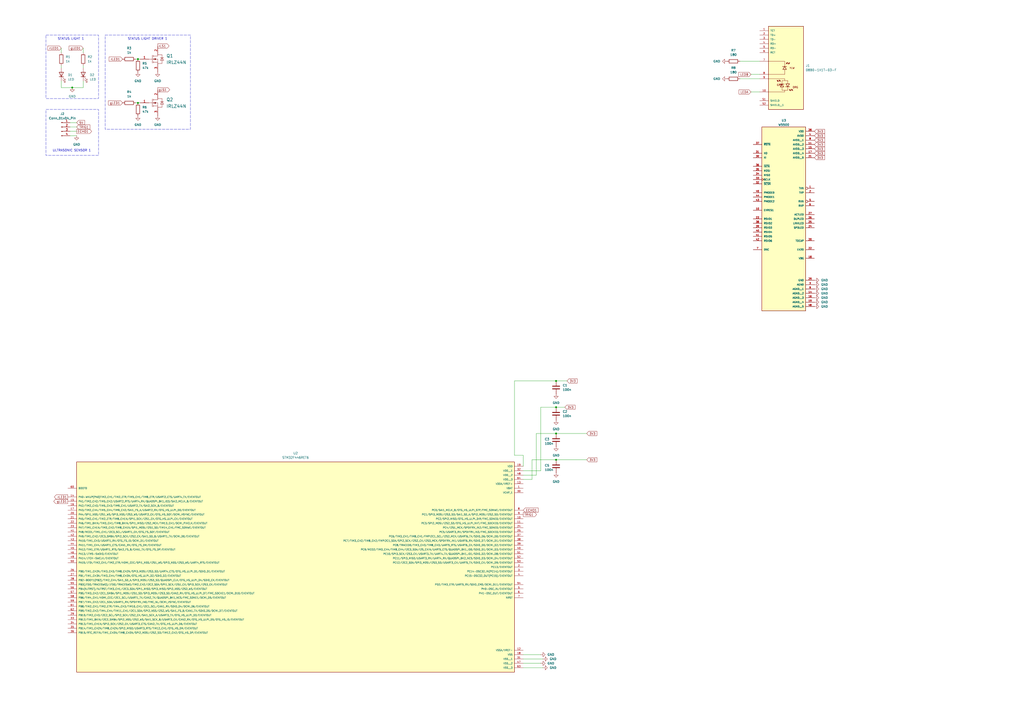
<source format=kicad_sch>
(kicad_sch (version 20250114) (generator "eeschema") (generator_version "9.0")
  (paper "A2")
  (lib_symbols
    (symbol "08B0-1X1T-03-F:08B0-1X1T-03-F" (pin_names (offset 1.016))
      (property "Reference" "J" (at -10.16 24.13 0))
      (property "Value" "08B0-1X1T-03-F" (at -10.16 -26.67 0))
      (symbol "08B0-1X1T-03-F_0_0"
        (text "GRN" (at -5.334 -11.176 0) (effects (font (size 1.016 1.016)) (justify left)))
        (text "YLW" (at 2.032 -0.762 0) (effects (font (size 1.016 1.016)) (justify left top)))
        (text "ORG" (at 3.81 -11.938 0) (effects (font (size 1.016 1.016)) (justify left top)))
        (pin passive line (at -15.24 20.32 0) (length 5.08) (name "TCT") (number "1"))
        (pin passive line (at -15.24 17.78 0) (length 5.08) (name "TD+") (number "2"))
        (pin passive line (at -15.24 15.24 0) (length 5.08) (name "TD-") (number "3"))
        (pin passive line (at -15.24 12.7 0) (length 5.08) (name "RD+") (number "4"))
        (pin passive line (at -15.24 10.16 0) (length 5.08) (name "RD-") (number "5"))
        (pin passive line (at -15.24 7.62 0) (length 5.08) (name "RCT") (number "6"))
        (pin passive line (at -15.24 2.54 0) (length 5.08) (name "~") (number "7"))
        (pin passive line (at -15.24 -5.08 0) (length 5.08) (name "~") (number "8"))
        (pin passive line (at -15.24 -7.62 0) (length 5.08) (name "~") (number "9"))
        (pin passive line (at -15.24 -15.24 0) (length 5.08) (name "~") (number "10"))
        (pin passive line (at -15.24 -20.32 0) (length 5.08) (name "SHIELD") (number "S1"))
        (pin passive line (at -15.24 -22.86 0) (length 5.08) (name "SHIELD__1") (number "S2"))
      )
    )
    (symbol "Connector:Conn_01x04_Pin" (pin_names (offset 1.016) (hide yes))
      (property "Reference" "J" (at 0 5.08 0))
      (property "Value" "Conn_01x04_Pin" (at 0 -7.62 0))
      (symbol "Conn_01x04_Pin_1_1"
        (pin passive line (at 5.08 2.54 180) (length 3.81) (name "Pin_1") (number "1"))
        (pin passive line (at 5.08 0 180) (length 3.81) (name "Pin_2") (number "2"))
        (pin passive line (at 5.08 -2.54 180) (length 3.81) (name "Pin_3") (number "3"))
        (pin passive line (at 5.08 -5.08 180) (length 3.81) (name "Pin_4") (number "4"))
      )
    )
    (symbol "Connector:Conn_01x06_Pin" (pin_names (offset 1.016) (hide yes))
      (property "Reference" "J" (at 0 7.62 0))
      (property "Value" "Conn_01x06_Pin" (at 0 -10.16 0))
      (symbol "Conn_01x06_Pin_1_1"
        (pin passive line (at 5.08 5.08 180) (length 3.81) (name "Pin_1") (number "1"))
        (pin passive line (at 5.08 2.54 180) (length 3.81) (name "Pin_2") (number "2"))
        (pin passive line (at 5.08 0 180) (length 3.81) (name "Pin_3") (number "3"))
        (pin passive line (at 5.08 -2.54 180) (length 3.81) (name "Pin_4") (number "4"))
        (pin passive line (at 5.08 -5.08 180) (length 3.81) (name "Pin_5") (number "5"))
        (pin passive line (at 5.08 -7.62 180) (length 3.81) (name "Pin_6") (number "6"))
      )
    )
    (symbol "Device:C" (pin_numbers (hide yes)) (pin_names (offset 0.254))
      (property "Reference" "C" (at 0.635 2.54 0))
      (property "Value" "C" (at 0.635 -2.54 0))
      (symbol "C_1_1"
        (pin passive line (at 0 3.81 270) (length 2.794) (name "~") (number "1"))
        (pin passive line (at 0 -3.81 90) (length 2.794) (name "~") (number "2"))
      )
    )
    (symbol "Device:LED" (pin_numbers (hide yes)) (pin_names (offset 1.016) (hide yes))
      (property "Reference" "D" (at 0 2.54 0))
      (property "Value" "LED" (at 0 -2.54 0))
      (symbol "LED_1_1"
        (pin passive line (at -3.81 0 0) (length 2.54) (name "K") (number "1"))
        (pin passive line (at 3.81 0 180) (length 2.54) (name "A") (number "2"))
      )
    )
    (symbol "Device:R" (pin_numbers (hide yes)) (pin_names (offset 0))
      (property "Reference" "R" (at 2.032 0 90))
      (property "Value" "R" (at 0 0 90))
      (symbol "R_1_1"
        (pin passive line (at 0 3.81 270) (length 1.27) (name "~") (number "1"))
        (pin passive line (at 0 -3.81 90) (length 1.27) (name "~") (number "2"))
      )
    )
    (symbol "IRLZ44N:IRLZ44N" (pin_names (hide yes))
      (property "Reference" "Q" (at 10.16 -2.54 0))
      (property "Value" "IRLZ44N" (at 10.16 -5.08 0))
      (symbol "IRLZ44N_1_0"
        (pin passive line (at -5.08 -2.54 0) (length 5.08) (name "GATE") (number "1"))
        (pin passive line (at 5.08 5.08 270) (length 5.08) (name "DRAIN") (number "2"))
        (pin passive line (at 5.08 -10.16 90) (length 5.08) (name "SOURCE") (number "3"))
      )
    )
    (symbol "MCU-PIC18F67J60-I_PT_TQFP64_:MCU-PIC18F67J60-I_PT_TQFP64_" (pin_names (offset 1.016))
      (property "Reference" "U" (at -33.0497 33.0497 0))
      (property "Value" "MCU-PIC18F67J60-I_PT_TQFP64_" (at 22.8929 30.5238 0))
      (symbol "MCU-PIC18F67J60-I_PT_TQFP64__0_0"
        (pin bidirectional line (at -41.91 19.05 0) (length 2.54) (name "RE1/P2C") (number "1"))
        (pin bidirectional line (at -41.91 16.51 0) (length 2.54) (name "RE0/P2D") (number "2"))
        (pin bidirectional line (at -41.91 13.97 0) (length 2.54) (name "RB0/INT0/FLT0") (number "3"))
        (pin bidirectional line (at -41.91 11.43 0) (length 2.54) (name "RB1/INT1") (number "4"))
        (pin bidirectional line (at -41.91 8.89 0) (length 2.54) (name "RB2/INT2") (number "5"))
        (pin bidirectional line (at -41.91 6.35 0) (length 2.54) (name "RB3/INT3") (number "6"))
        (pin bidirectional line (at -41.91 3.81 0) (length 2.54) (name "~{MCLR}") (number "7"))
        (pin bidirectional line (at -41.91 1.27 0) (length 2.54) (name "RG4/CCP5/P1D") (number "8"))
        (pin bidirectional line (at -41.91 -1.27 0) (length 2.54) (name "VSS") (number "9"))
        (pin bidirectional line (at -41.91 -3.81 0) (length 2.54) (name "VDDCORE/VCAP") (number "10"))
        (pin bidirectional line (at -41.91 -6.35 0) (length 2.54) (name "RF7/~{SS1}") (number "11"))
        (pin bidirectional line (at -41.91 -8.89 0) (length 2.54) (name "RF6/AN11") (number "12"))
        (pin bidirectional line (at -41.91 -11.43 0) (length 2.54) (name "RF5/AN10/CVREF") (number "13"))
        (pin bidirectional line (at -41.91 -13.97 0) (length 2.54) (name "RF4/AN9") (number "14"))
        (pin bidirectional line (at -41.91 -16.51 0) (length 2.54) (name "RF3/AN8") (number "15"))
        (pin bidirectional line (at -41.91 -19.05 0) (length 2.54) (name "RF2/AN7/C1OUT") (number "16"))
        (pin bidirectional line (at -19.05 34.29 270) (length 2.54) (name "RE2/P2B") (number "64"))
        (pin bidirectional line (at -19.05 -34.29 90) (length 2.54) (name "RF1/AN6/C2OUT") (number "17"))
        (pin bidirectional line (at -16.51 34.29 270) (length 2.54) (name "RE3/P3C") (number "63"))
        (pin bidirectional line (at -16.51 -34.29 90) (length 2.54) (name "ENVREG") (number "18"))
        (pin bidirectional line (at -13.97 34.29 270) (length 2.54) (name "RE4/P3B") (number "62"))
        (pin bidirectional line (at -13.97 -34.29 90) (length 2.54) (name "AVDD") (number "19"))
        (pin bidirectional line (at -11.43 34.29 270) (length 2.54) (name "RE5/P1C") (number "61"))
        (pin bidirectional line (at -11.43 -34.29 90) (length 2.54) (name "AVSS") (number "20"))
        (pin bidirectional line (at -8.89 34.29 270) (length 2.54) (name "RD0/P1B") (number "60"))
        (pin bidirectional line (at -8.89 -34.29 90) (length 2.54) (name "RA3/AN3/VREF+") (number "21"))
        (pin bidirectional line (at -6.35 34.29 270) (length 2.54) (name "RD1/ECCP3/P3A") (number "59"))
        (pin bidirectional line (at -6.35 -34.29 90) (length 2.54) (name "RA2/AN2/VREF-") (number "22"))
        (pin bidirectional line (at -3.81 34.29 270) (length 2.54) (name "RD2/CCP4/P3D") (number "58"))
        (pin bidirectional line (at -3.81 -34.29 90) (length 2.54) (name "RA1/LEDB/AN1") (number "23"))
        (pin bidirectional line (at -1.27 34.29 270) (length 2.54) (name "VDD@2") (number "57"))
        (pin bidirectional line (at -1.27 -34.29 90) (length 2.54) (name "RA0/LEDA/AN0") (number "24"))
        (pin bidirectional line (at 1.27 34.29 270) (length 2.54) (name "VSS@3") (number "56"))
        (pin bidirectional line (at 1.27 -34.29 90) (length 2.54) (name "VSS@1") (number "25"))
        (pin bidirectional line (at 3.81 34.29 270) (length 2.54) (name "VSSPLL") (number "55"))
        (pin bidirectional line (at 3.81 -34.29 90) (length 2.54) (name "VDD") (number "26"))
        (pin bidirectional line (at 6.35 34.29 270) (length 2.54) (name "VDDPLL") (number "54"))
        (pin bidirectional line (at 6.35 -34.29 90) (length 2.54) (name "RA5/AN4") (number "27"))
        (pin bidirectional line (at 8.89 34.29 270) (length 2.54) (name "RBIAS") (number "53"))
        (pin bidirectional line (at 8.89 -34.29 90) (length 2.54) (name "RA4/TOCK1") (number "28"))
        (pin bidirectional line (at 11.43 34.29 270) (length 2.54) (name "VSSTX") (number "52"))
        (pin bidirectional line (at 11.43 -34.29 90) (length 2.54) (name "RC1/T1OSI/ECCP2/P2A") (number "29"))
        (pin bidirectional line (at 13.97 34.29 270) (length 2.54) (name "TPOUT+") (number "51"))
        (pin bidirectional line (at 13.97 -34.29 90) (length 2.54) (name "RC0/T1OSD/T13CKI") (number "30"))
        (pin bidirectional line (at 16.51 34.29 270) (length 2.54) (name "TPOUT-") (number "50"))
        (pin bidirectional line (at 16.51 -34.29 90) (length 2.54) (name "RC6/TX1/CK1") (number "31"))
        (pin bidirectional line (at 19.05 34.29 270) (length 2.54) (name "VDDTX") (number "49"))
        (pin bidirectional line (at 19.05 -34.29 90) (length 2.54) (name "RC7/RX1/DT1") (number "32"))
        (pin bidirectional line (at 41.91 19.05 180) (length 2.54) (name "VDDRX") (number "48"))
        (pin bidirectional line (at 41.91 16.51 180) (length 2.54) (name "TPIN+") (number "47"))
        (pin bidirectional line (at 41.91 13.97 180) (length 2.54) (name "TPIN-") (number "46"))
        (pin bidirectional line (at 41.91 11.43 180) (length 2.54) (name "VSSRX") (number "45"))
        (pin bidirectional line (at 41.91 8.89 180) (length 2.54) (name "RB4/KBI0") (number "44"))
        (pin bidirectional line (at 41.91 6.35 180) (length 2.54) (name "RB5/KBI1") (number "43"))
        (pin bidirectional line (at 41.91 3.81 180) (length 2.54) (name "RB6/KBI2/PGC") (number "42"))
        (pin bidirectional line (at 41.91 1.27 180) (length 2.54) (name "VSS@2") (number "41"))
        (pin bidirectional line (at 41.91 -1.27 180) (length 2.54) (name "OSC2/CLKO") (number "40"))
        (pin bidirectional line (at 41.91 -3.81 180) (length 2.54) (name "OSC1/CLKI") (number "39"))
        (pin bidirectional line (at 41.91 -6.35 180) (length 2.54) (name "VDD@1") (number "38"))
        (pin bidirectional line (at 41.91 -8.89 180) (length 2.54) (name "RB7/KBI3/PGD") (number "37"))
        (pin bidirectional line (at 41.91 -11.43 180) (length 2.54) (name "RC5/SDO1") (number "36"))
        (pin bidirectional line (at 41.91 -13.97 180) (length 2.54) (name "RC4/SDI1/SDA1") (number "35"))
        (pin bidirectional line (at 41.91 -16.51 180) (length 2.54) (name "RC3/SCK1/SCL1") (number "34"))
        (pin bidirectional line (at 41.91 -19.05 180) (length 2.54) (name "RC2/ECCP1/P1A") (number "33"))
      )
    )
    (symbol "STM32F446RET6:STM32F446RET6" (pin_names (offset 1.016))
      (property "Reference" "U" (at -127.107 53.385 0))
      (property "Value" "STM32F446RET6" (at -127.233 -71.2226 0))
      (symbol "STM32F446RET6_0_0"
        (pin input line (at -132.08 38.1 0) (length 5.08) (name "BOOT0") (number "60"))
        (pin bidirectional line (at -132.08 33.02 0) (length 5.08) (name "PA0-WKUP(PA0)TIM2_CH1/TIM2_ETR/TIM5_CH1/TIM8_ETR/USART2_CTS/UART4_TX/EVENTOUT") (number "14"))
        (pin bidirectional line (at -132.08 30.48 0) (length 5.08) (name "PA1/TIM2_CH2/TIM5_CH2/USART2_RTS/UART4_RX/QUADSPI_BK1_IO3/SAI2_MCLK_B/EVENTOUT") (number "15"))
        (pin bidirectional line (at -132.08 27.94 0) (length 5.08) (name "PA2/TIM2_CH3/TIM5_CH3/TIM9_CH1/USART2_TX/SAI2_SCK_B/EVENTOUT") (number "16"))
        (pin bidirectional line (at -132.08 25.4 0) (length 5.08) (name "PA3/TIM2_CH4/TIM5_CH4/TIM9_CH2/SAI1_FS_A/USART2_RX/OTG_HS_ULPI_D0/EVENTOUT") (number "17"))
        (pin bidirectional line (at -132.08 22.86 0) (length 5.08) (name "PA4/SPI1_NSS/I2S1_WS/SPI3_NSS/I2S3_WS/USART2_CK/OTG_HS_SOF/DCMI_HSYNC/EVENTOUT") (number "20"))
        (pin bidirectional line (at -132.08 20.32 0) (length 5.08) (name "PA5/TIM2_CH1/TIM2_ETR/TIM8_CH1N/SPI1_SCK/I2S1_CK/OTG_HS_ULPI_CK/EVENTOUT") (number "21"))
        (pin bidirectional line (at -132.08 17.78 0) (length 5.08) (name "PA6/TIM1_BKIN/TIM3_CH1/TIM8_BKIN/SPI1_MISO/I2S2_MCK/TIM13_CH1/DCMI_PIXCLK/EVENTOUT") (number "22"))
        (pin bidirectional line (at -132.08 15.24 0) (length 5.08) (name "PA7/TIM1_CH1N/TIM3_CH2/TIM8_CH1N/SPI1_MOSI/I2S1_SD/TIM14_CH1/FMC_SDNWE/EVENTOUT") (number "23"))
        (pin bidirectional line (at -132.08 12.7 0) (length 5.08) (name "PA8/MCO1/TIM1_CH1/I2C3_SCL/USART1_CK/OTG_FS_SOF/EVENTOUT") (number "41"))
        (pin bidirectional line (at -132.08 10.16 0) (length 5.08) (name "PA9/TIM1_CH2/I2C3_SMBA/SPI2_SCK/I2S2_CK/SAI1_SD_B/USART1_TX/DCMI_D0/EVENTOUT") (number "42"))
        (pin bidirectional line (at -132.08 7.62 0) (length 5.08) (name "PA10/TIM1_CH3/USART1_RX/OTG_FS_ID/DCMI_D1/EVENTOUT") (number "43"))
        (pin bidirectional line (at -132.08 5.08 0) (length 5.08) (name "PA11/TIM1_CH4/USART1_CTS/CAN1_RX/OTG_FS_DM/EVENTOUT") (number "44"))
        (pin bidirectional line (at -132.08 2.54 0) (length 5.08) (name "PA12/TIM1_ETR/USART1_RTS/SAI2_FS_B/CAN1_TX/OTG_FS_DP/EVENTOUT") (number "45"))
        (pin bidirectional line (at -132.08 0 0) (length 5.08) (name "PA13/JTMS-SWDIO/EVENTOUT") (number "46"))
        (pin bidirectional line (at -132.08 -2.54 0) (length 5.08) (name "PA14/JTCK-SWCLK/EVENTOUT") (number "49"))
        (pin bidirectional line (at -132.08 -5.08 0) (length 5.08) (name "PA15/JTDI/TIM2_CH1/TIM2_ETR/HDMI_CEC/SPI1_NSS/I2S1_WS/SPI3_NSS/I2S3_WS/UART4_RTS/EVENTOUT") (number "50"))
        (pin bidirectional line (at -132.08 -10.16 0) (length 5.08) (name "PB0/TIM1_CH2N/TIM3_CH3/TIM8_CH2N/SPI3_MOSI/I2S3_SD/UART4_CTS/OTG_HS_ULPI_D1/SDIO_D1/EVENTOUT") (number "26"))
        (pin bidirectional line (at -132.08 -12.7 0) (length 5.08) (name "PB1/TIM1_CH3N/TIM3_CH4/TIM8_CH3N/OTG_HS_ULPI_D2/SDIO_D2/EVENTOUT") (number "27"))
        (pin bidirectional line (at -132.08 -15.24 0) (length 5.08) (name "PB2-BOOT1(PB2)/TIM2_CH4/SAI1_SD_A/SPI3_MOSI/I2S3_SD/QUADSPI_CLK/OTG_HS_ULPI_D4/SDIO_CK/EVENTOUT") (number "28"))
        (pin bidirectional line (at -132.08 -17.78 0) (length 5.08) (name "PB3(JTDO/TRACESWO)/JTDO/TRACESWO/TIM2_CH2/I2C2_SDA/SPI1_SCK/I2S1_CK/SPI3_SCK/I2S3_CK/EVENTOUT") (number "55"))
        (pin bidirectional line (at -132.08 -20.32 0) (length 5.08) (name "PB4(NJTRST)/NJTRST/TIM3_CH1/I2C3_SDA/SPI1_MISO/SPI3_MISO/SPI2_NSS/I2S2_WS/EVENTOUT") (number "56"))
        (pin bidirectional line (at -132.08 -22.86 0) (length 5.08) (name "PB5/TIM3_CH2/I2C1_SMBA/SPI1_MOSI/I2S1_SD/SPI3_MOSI/I2S3_SD/CAN2_RX/OTG_HS_ULPI_D7/FMC_SDCKE1/DCMI_D10/EVENTOUT") (number "57"))
        (pin bidirectional line (at -132.08 -25.4 0) (length 5.08) (name "PB6/TIM4_CH1/HDMI_CEC/I2C1_SCL/USART1_TX/CAN2_TX/QUADSPI_BK1_NCS/FMC_SDNE1/DCMI_D5/EVENTOUT") (number "58"))
        (pin bidirectional line (at -132.08 -27.94 0) (length 5.08) (name "PB7/TIM4_CH2/I2C1_SDA/USART1_RX/SPDIFRX_IN0/FMC_NL/DCMI_VSYNC/EVENTOUT") (number "59"))
        (pin bidirectional line (at -132.08 -30.48 0) (length 5.08) (name "PB8/TIM2_CH1/TIM2_ETR/TIM4_CH3/TIM10_CH1/I2C1_SCL/CAN1_RX/SDIO_D4/DCMI_D6/EVENTOUT") (number "61"))
        (pin bidirectional line (at -132.08 -33.02 0) (length 5.08) (name "PB9/TIM2_CH2/TIM4_CH4/TIM11_CH1/I2C1_SDA/SPI2_NSS/I2S2_WS/SAI1_FS_B/CAN1_TX/SDIO_D5/DCMI_D7/EVENTOUT") (number "62"))
        (pin bidirectional line (at -132.08 -35.56 0) (length 5.08) (name "PB10/TIM2_CH3/I2C2_SCL/SPI2_SCK/I2S2_CK/SAI1_SCK_A/USART3_TX/OTG_HS_ULPI_D3/EVENTOUT") (number "29"))
        (pin bidirectional line (at -132.08 -38.1 0) (length 5.08) (name "PB12/TIM1_BKIN/I2C2_SMBA/SPI2_NSS/I2S2_WS/SAI1_SCK_B/USART3_CK/CAN2_RX/OTG_HS_ULPI_D5/OTG_HS_ID/EVENTOUT") (number "33"))
        (pin bidirectional line (at -132.08 -40.64 0) (length 5.08) (name "PB13/TIM1_CH1N/SPI2_SCK/I2S2_CK/USART3_CTS/CAN2_TX/OTG_HS_ULPI_D6/EVENTOUT") (number "34"))
        (pin bidirectional line (at -132.08 -43.18 0) (length 5.08) (name "PB14/TIM1_CH2N/TIM8_CH2N/SPI2_MISO/USART3_RTS/TIM12_CH1/OTG_HS_DM/EVENTOUT") (number "35"))
        (pin bidirectional line (at -132.08 -45.72 0) (length 5.08) (name "PB15/RTC_REFIN/TIM1_CH3N/TIM8_CH3N/SPI2_MOSI/I2S2_SD/TIM12_CH2/OTG_HS_DP/EVENTOUT") (number "36"))
        (pin power_in line (at 132.08 50.8 180) (length 5.08) (name "VDD") (number "19"))
        (pin power_in line (at 132.08 48.26 180) (length 5.08) (name "VDD__1") (number "32"))
        (pin power_in line (at 132.08 45.72 180) (length 5.08) (name "VDD__2") (number "48"))
        (pin power_in line (at 132.08 43.18 180) (length 5.08) (name "VDD__3") (number "64"))
        (pin power_in line (at 132.08 40.64 180) (length 5.08) (name "VDDA/VREF+") (number "13"))
        (pin power_in line (at 132.08 38.1 180) (length 5.08) (name "VBAT") (number "1"))
        (pin power_in line (at 132.08 35.56 180) (length 5.08) (name "VCAP_1") (number "30"))
        (pin bidirectional line (at 132.08 25.4 180) (length 5.08) (name "PC0/SAI1_MCLK_B/OTG_HS_ULPI_STP/FMC_SDNWE/EVENTOUT") (number "8"))
        (pin bidirectional line (at 132.08 22.86 180) (length 5.08) (name "PC1/SPI3_MOSI/I2S3_SD/SAI1_SD_A/SPI2_MOSI/I2S2_SD/EVENTOUT") (number "9"))
        (pin bidirectional line (at 132.08 20.32 180) (length 5.08) (name "PC2/SPI2_MISO/OTG_HS_ULPI_DIR/FMC_SDNE0/EVENTOUT") (number "10"))
        (pin bidirectional line (at 132.08 17.78 180) (length 5.08) (name "PC3/SPI2_MOSI/I2S2_SD/OTG_HS_ULPI_NXT/FMC_SDCKE0/EVENTOUT") (number "11"))
        (pin bidirectional line (at 132.08 15.24 180) (length 5.08) (name "PC4/I2S1_MCK/SPDIFRX_IN2/FMC_SDNE0/EVENTOUT") (number "24"))
        (pin bidirectional line (at 132.08 12.7 180) (length 5.08) (name "PC5/USART3_RX/SPDIFRX_IN3/FMC_SDCKE0/EVENTOUT") (number "25"))
        (pin bidirectional line (at 132.08 10.16 180) (length 5.08) (name "PC6/TIM3_CH1/TIM8_CH1/FMPI2C1_SCL/I2S2_MCK/USART6_TX/SDIO_D6/DCMI_D0/EVENTOUT") (number "37"))
        (pin bidirectional line (at 132.08 7.62 180) (length 5.08) (name "PC7/TIM3_CH2/TIM8_CH2/FMPI2C1_SDA/SPI2_SCK/I2S2_CK/I2S3_MCK/SPDIFRX_IN1/USART6_RX/SDIO_D7/DCMI_D1/EVENTOUT") (number "38"))
        (pin bidirectional line (at 132.08 5.08 180) (length 5.08) (name "PC8/TRACED0/TIM3_CH3/TIM8_CH3/UART5_RTS/USART6_CK/SDIO_D0/DCMI_D2/EVENTOUT") (number "39"))
        (pin bidirectional line (at 132.08 2.54 180) (length 5.08) (name "PC9/MCO2/TIM3_CH4/TIM8_CH4/I2C3_SDA/I2S_CKIN/UART5_CTS/QUADSPI_BK1_IO0/SDIO_D1/DCMI_D3/EVENTOUT") (number "40"))
        (pin bidirectional line (at 132.08 0 180) (length 5.08) (name "PC10/SPI3_SCK/I2S3_CK/USART3_TX/UART4_TX/QUADSPI_BK1_IO1/SDIO_D2/DCMI_D8/EVENTOUT") (number "51"))
        (pin bidirectional line (at 132.08 -2.54 180) (length 5.08) (name "PC11/SPI3_MISO/USART3_RX/UART4_RX/QUADSPI_BK2_NCS/SDIO_D3/DCMI_D4/EVENTOUT") (number "52"))
        (pin bidirectional line (at 132.08 -5.08 180) (length 5.08) (name "PC12/I2C2_SDA/SPI3_MOSI/I2S3_SD/USART3_CK/UART5_TX/SDIO_CK/DCMI_D9/EVENTOUT") (number "53"))
        (pin bidirectional line (at 132.08 -7.62 180) (length 5.08) (name "PC13/EVENTOUT") (number "2"))
        (pin bidirectional line (at 132.08 -10.16 180) (length 5.08) (name "PC14-OSC32_IN(PC14)/EVENTOUT") (number "3"))
        (pin bidirectional line (at 132.08 -12.7 180) (length 5.08) (name "PC15-OSC32_OUT(PC15)/EVENTOUT") (number "4"))
        (pin bidirectional line (at 132.08 -17.78 180) (length 5.08) (name "PD2/TIM3_ETR/UART5_RX/SDIO_CMD/DCMI_D11/EVENTOUT") (number "54"))
        (pin bidirectional line (at 132.08 -20.32 180) (length 5.08) (name "PH0-OSC_IN/EVENTOUT") (number "5"))
        (pin bidirectional line (at 132.08 -22.86 180) (length 5.08) (name "PH1-OSC_OUT/EVENTOUT") (number "6"))
        (pin bidirectional line (at 132.08 -25.4 180) (length 5.08) (name "NRST") (number "7"))
        (pin power_in line (at 132.08 -55.88 180) (length 5.08) (name "VSSA/VREF-") (number "12"))
        (pin power_in line (at 132.08 -58.42 180) (length 5.08) (name "VSS") (number "18"))
        (pin power_in line (at 132.08 -60.96 180) (length 5.08) (name "VSS__1") (number "31"))
        (pin power_in line (at 132.08 -63.5 180) (length 5.08) (name "VSS__2") (number "47"))
        (pin power_in line (at 132.08 -66.04 180) (length 5.08) (name "VSS__3") (number "63"))
      )
    )
    (symbol "W5500:W5500" (pin_names (offset 1.016))
      (property "Reference" "U" (at -12.7259 42.002 0))
      (property "Value" "W5500" (at -12.7506 -68.758 0))
      (symbol "W5500_0_0"
        (pin input line (at -17.78 30.48 0) (length 5.08) (name "~{RSTN}") (number "37"))
        (pin output line (at -17.78 25.4 0) (length 5.08) (name "XO") (number "31"))
        (pin input line (at -17.78 22.86 0) (length 5.08) (name "XI") (number "30"))
        (pin input line (at -17.78 17.78 0) (length 5.08) (name "~{INTN}") (number "36"))
        (pin input line (at -17.78 15.24 0) (length 5.08) (name "MOSI") (number "35"))
        (pin output line (at -17.78 12.7 0) (length 5.08) (name "MISO") (number "34"))
        (pin input clock (at -17.78 10.16 0) (length 5.08) (name "SCLK") (number "33"))
        (pin input line (at -17.78 7.62 0) (length 5.08) (name "~{SCSN}") (number "32"))
        (pin input line (at -17.78 2.54 0) (length 5.08) (name "PMODE0") (number "45"))
        (pin input line (at -17.78 0 0) (length 5.08) (name "PMODE1") (number "44"))
        (pin input line (at -17.78 -2.54 0) (length 5.08) (name "PMODE2") (number "43"))
        (pin bidirectional line (at -17.78 -7.62 0) (length 5.08) (name "EXRES1") (number "10"))
        (pin input line (at -17.78 -12.7 0) (length 5.08) (name "RSVD1") (number "23"))
        (pin input line (at -17.78 -15.24 0) (length 5.08) (name "RSVD2") (number "38"))
        (pin input line (at -17.78 -17.78 0) (length 5.08) (name "RSVD3") (number "39"))
        (pin input line (at -17.78 -20.32 0) (length 5.08) (name "RSVD4") (number "40"))
        (pin input line (at -17.78 -22.86 0) (length 5.08) (name "RSVD5") (number "41"))
        (pin input line (at -17.78 -25.4 0) (length 5.08) (name "RSVD6") (number "42"))
        (pin bidirectional line (at -17.78 -30.48 0) (length 5.08) (name "DNC") (number "7"))
        (pin power_in line (at 17.78 38.1 180) (length 5.08) (name "VDD") (number "28"))
        (pin power_in line (at 17.78 35.56 180) (length 5.08) (name "AVDD") (number "4"))
        (pin power_in line (at 17.78 33.02 180) (length 5.08) (name "AVDD__1") (number "8"))
        (pin power_in line (at 17.78 30.48 180) (length 5.08) (name "AVDD__2") (number "11"))
        (pin power_in line (at 17.78 27.94 180) (length 5.08) (name "AVDD__3") (number "15"))
        (pin power_in line (at 17.78 25.4 180) (length 5.08) (name "AVDD__4") (number "17"))
        (pin power_in line (at 17.78 22.86 180) (length 5.08) (name "AVDD__5") (number "21"))
        (pin output inverted (at 17.78 5.08 180) (length 5.08) (name "TXN") (number "1"))
        (pin output line (at 17.78 2.54 180) (length 5.08) (name "TXP") (number "2"))
        (pin input inverted (at 17.78 -2.54 180) (length 5.08) (name "RXN") (number "5"))
        (pin input line (at 17.78 -5.08 180) (length 5.08) (name "RXP") (number "6"))
        (pin output line (at 17.78 -10.16 180) (length 5.08) (name "ACTLED") (number "27"))
        (pin output line (at 17.78 -12.7 180) (length 5.08) (name "DUPLED") (number "26"))
        (pin output line (at 17.78 -15.24 180) (length 5.08) (name "LINKLED") (number "25"))
        (pin output line (at 17.78 -17.78 180) (length 5.08) (name "SPDLED") (number "24"))
        (pin output line (at 17.78 -25.4 180) (length 5.08) (name "TOCAP") (number "20"))
        (pin output line (at 17.78 -30.48 180) (length 5.08) (name "1V2O") (number "22"))
        (pin output line (at 17.78 -35.56 180) (length 5.08) (name "VBG") (number "18"))
        (pin passive line (at 17.78 -48.26 180) (length 5.08) (name "GND") (number "29"))
        (pin power_in line (at 17.78 -50.8 180) (length 5.08) (name "AGND") (number "3"))
        (pin power_in line (at 17.78 -53.34 180) (length 5.08) (name "AGND__1") (number "9"))
        (pin power_in line (at 17.78 -55.88 180) (length 5.08) (name "AGND__2") (number "14"))
        (pin power_in line (at 17.78 -58.42 180) (length 5.08) (name "AGND__3") (number "16"))
        (pin power_in line (at 17.78 -60.96 180) (length 5.08) (name "AGND__4") (number "19"))
        (pin power_in line (at 17.78 -63.5 180) (length 5.08) (name "AGND__5") (number "48"))
      )
    )
    (symbol "power:GND" (power) (pin_numbers (hide yes)) (pin_names (offset 0) (hide yes))
      (property "Value" "GND" (at 0 -3.81 0))
      (symbol "GND_1_1"
        (pin power_in line (at 0 0 270) (length 0) (name "~") (number "1"))
      )
    )
  )
  (rectangle (start 193.04 -49.53) (end 242.57 -24.13) (stroke (width 0) (type dash)))
  (rectangle (start 60.96 20.32) (end 110.49 74.93) (stroke (width 0) (type dash)))
  (rectangle (start 26.67 20.32) (end 57.15 57.15) (stroke (width 0) (type dash)))
  (rectangle (start 26.67 63.5) (end 57.15 90.17) (stroke (width 0) (type dash)))
  (text "STATUS LIGHT DRIVER 1" (at 85.598 22.606 0) (effects (font (size 1.27 1.27))))
  (text "ULTRASONIC SENSOR 1" (at 41.656 87.376 0) (effects (font (size 1.27 1.27))))
  (text "ICSP HEADER" (at 211.836 -46.482 0) (effects (font (size 1.27 1.27))))
  (text "STATUS LIGHT 1" (at 41.148 22.606 0) (effects (font (size 1.27 1.27))))
  (junction (at 322.58 236.22))
  (junction (at 201.93 -39.37))
  (junction (at 80.01 34.29))
  (junction (at 322.58 266.7))
  (junction (at 322.58 251.46))
  (junction (at 41.91 50.8))
  (junction (at 80.01 59.69))
  (junction (at 322.58 220.98))
  (wire (pts (xy 121.92 -5.08) (xy 121.92 -27.94)))
  (wire (pts (xy 184.15 -68.58) (xy 184.15 -63.5)))
  (wire (pts (xy 303.53 387.35) (xy 314.96 387.35)))
  (wire (pts (xy 209.55 -36.83) (xy 219.71 -36.83)))
  (wire (pts (xy 48.26 27.94) (xy 48.26 30.48)))
  (wire (pts (xy 127 -27.94) (xy 127 -8.89)))
  (wire (pts (xy 303.53 275.59) (xy 311.15 275.59)))
  (wire (pts (xy 308.61 278.13) (xy 303.53 278.13)))
  (wire (pts (xy 190.5 -68.58) (xy 184.15 -68.58)))
  (wire (pts (xy 35.56 46.99) (xy 35.56 50.8)))
  (wire (pts (xy 308.61 266.7) (xy 322.58 266.7)))
  (wire (pts (xy 303.53 273.05) (xy 313.69 273.05)))
  (wire (pts (xy 78.74 34.29) (xy 80.01 34.29)))
  (wire (pts (xy 313.69 236.22) (xy 313.69 273.05)))
  (wire (pts (xy 435.61 43.18) (xy 440.69 43.18)))
  (wire (pts (xy 303.53 384.81) (xy 313.69 384.81)))
  (wire (pts (xy 80.01 59.69) (xy 81.28 59.69)))
  (wire (pts (xy 134.62 -110.49) (xy 132.08 -110.49)))
  (wire (pts (xy 41.91 50.8) (xy 48.26 50.8)))
  (wire (pts (xy 132.08 -22.86) (xy 132.08 -27.94)))
  (wire (pts (xy 184.15 -63.5) (xy 172.72 -63.5)))
  (wire (pts (xy 201.93 -39.37) (xy 219.71 -39.37)))
  (wire (pts (xy 298.45 220.98) (xy 298.45 264.16)))
  (wire (pts (xy 429.26 45.72) (xy 440.69 45.72)))
  (wire (pts (xy 48.26 50.8) (xy 48.26 46.99)))
  (wire (pts (xy 35.56 38.1) (xy 35.56 39.37)))
  (wire (pts (xy 129.54 -27.94) (xy 129.54 -12.7)))
  (wire (pts (xy 44.45 73.66) (xy 40.64 73.66)))
  (wire (pts (xy 303.53 264.16) (xy 303.53 270.51)))
  (wire (pts (xy 303.53 382.27) (xy 314.96 382.27)))
  (wire (pts (xy 44.45 76.2) (xy 40.64 76.2)))
  (wire (pts (xy 311.15 275.59) (xy 311.15 251.46)))
  (wire (pts (xy 313.69 236.22) (xy 322.58 236.22)))
  (wire (pts (xy 35.56 50.8) (xy 41.91 50.8)))
  (wire (pts (xy 311.15 251.46) (xy 322.58 251.46)))
  (wire (pts (xy 35.56 27.94) (xy 35.56 30.48)))
  (wire (pts (xy 132.08 -110.49) (xy 132.08 -96.52)))
  (wire (pts (xy 322.58 236.22) (xy 327.66 236.22)))
  (wire (pts (xy 308.61 266.7) (xy 308.61 278.13)))
  (wire (pts (xy 44.45 78.74) (xy 40.64 78.74)))
  (wire (pts (xy 80.01 34.29) (xy 81.28 34.29)))
  (wire (pts (xy 78.74 59.69) (xy 80.01 59.69)))
  (wire (pts (xy 328.93 220.98) (xy 322.58 220.98)))
  (wire (pts (xy 435.61 53.34) (xy 440.69 53.34)))
  (wire (pts (xy 322.58 266.7) (xy 340.36 266.7)))
  (wire (pts (xy 78.74 -60.96) (xy 88.9 -60.96)))
  (wire (pts (xy 429.26 35.56) (xy 440.69 35.56)))
  (wire (pts (xy 322.58 251.46) (xy 340.36 251.46)))
  (wire (pts (xy 44.45 71.12) (xy 40.64 71.12)))
  (wire (pts (xy 48.26 38.1) (xy 48.26 39.37)))
  (wire (pts (xy 209.55 -33.02) (xy 209.55 -36.83)))
  (wire (pts (xy 200.66 -39.37) (xy 201.93 -39.37)))
  (wire (pts (xy 298.45 264.16) (xy 303.53 264.16)))
  (wire (pts (xy 303.53 379.73) (xy 313.69 379.73)))
  (wire (pts (xy 298.45 220.98) (xy 322.58 220.98)))
  (global_label "3V3" (shape input) (at 472.44 86.36 0) (property "Intersheetrefs" "${INTERSHEET_REFS}" (effects (hide yes))))
  (global_label "3V3" (shape input) (at 340.36 251.46 0) (property "Intersheetrefs" "${INTERSHEET_REFS}" (effects (hide yes))))
  (global_label "OSC1" (shape input) (at 172.72 -58.42 0) (property "Intersheetrefs" "${INTERSHEET_REFS}" (effects (hide yes))))
  (global_label "PGC" (shape output) (at 219.71 -31.75 180) (property "Intersheetrefs" "${INTERSHEET_REFS}" (effects (hide yes))))
  (global_label "LEDB" (shape output) (at 127 -8.89 0) (property "Intersheetrefs" "${INTERSHEET_REFS}" (effects (hide yes))))
  (global_label "rLED1" (shape output) (at 88.9 -73.66 180) (property "Intersheetrefs" "${INTERSHEET_REFS}" (effects (hide yes))))
  (global_label "TRIG1" (shape input) (at 44.45 73.66 0) (property "Intersheetrefs" "${INTERSHEET_REFS}" (effects (hide yes))))
  (global_label "3V3" (shape input) (at 328.93 220.98 0) (property "Intersheetrefs" "${INTERSHEET_REFS}" (effects (hide yes))))
  (global_label "OSC2" (shape input) (at 172.72 -60.96 0) (property "Intersheetrefs" "${INTERSHEET_REFS}" (effects (hide yes))))
  (global_label "ECHO1" (shape input) (at 303.53 295.91 0) (property "Intersheetrefs" "${INTERSHEET_REFS}" (effects (hide yes))))
  (global_label "3V3" (shape input) (at 472.44 88.9 0) (property "Intersheetrefs" "${INTERSHEET_REFS}" (effects (hide yes))))
  (global_label "3V3" (shape input) (at 327.66 236.22 0) (property "Intersheetrefs" "${INTERSHEET_REFS}" (effects (hide yes))))
  (global_label "3V3" (shape input) (at 472.44 81.28 0) (property "Intersheetrefs" "${INTERSHEET_REFS}" (effects (hide yes))))
  (global_label "3V3" (shape input) (at 472.44 76.2 0) (property "Intersheetrefs" "${INTERSHEET_REFS}" (effects (hide yes))))
  (global_label "TRIG1" (shape output) (at 303.53 298.45 0) (property "Intersheetrefs" "${INTERSHEET_REFS}" (effects (hide yes))))
  (global_label "gLED1" (shape output) (at 88.9 -71.12 180) (property "Intersheetrefs" "${INTERSHEET_REFS}" (effects (hide yes))))
  (global_label "RST" (shape input) (at 88.9 -66.04 180) (property "Intersheetrefs" "${INTERSHEET_REFS}" (effects (hide yes))))
  (global_label "ECHO1" (shape input) (at 172.72 -68.58 0) (property "Intersheetrefs" "${INTERSHEET_REFS}" (effects (hide yes))))
  (global_label "5V" (shape input) (at 44.45 71.12 0) (property "Intersheetrefs" "${INTERSHEET_REFS}" (effects (hide yes))))
  (global_label "ECHO1" (shape output) (at 44.45 76.2 0) (property "Intersheetrefs" "${INTERSHEET_REFS}" (effects (hide yes))))
  (global_label "PGD" (shape output) (at 219.71 -34.29 180) (property "Intersheetrefs" "${INTERSHEET_REFS}" (effects (hide yes))))
  (global_label "rLED1" (shape input) (at 71.12 34.29 180) (property "Intersheetrefs" "${INTERSHEET_REFS}" (effects (hide yes))))
  (global_label "TRIG1" (shape output) (at 121.92 -5.08 0) (property "Intersheetrefs" "${INTERSHEET_REFS}" (effects (hide yes))))
  (global_label "PGC" (shape input) (at 172.72 -66.04 0) (property "Intersheetrefs" "${INTERSHEET_REFS}" (effects (hide yes))))
  (global_label "LEDA" (shape input) (at 435.61 53.34 180) (property "Intersheetrefs" "${INTERSHEET_REFS}" (effects (hide yes))))
  (global_label "3V3" (shape output) (at 200.66 -39.37 180) (property "Intersheetrefs" "${INTERSHEET_REFS}" (effects (hide yes))))
  (global_label "LEDA" (shape output) (at 129.54 -12.7 0) (property "Intersheetrefs" "${INTERSHEET_REFS}" (effects (hide yes))))
  (global_label "rLS1" (shape output) (at 91.44 26.67 0) (property "Intersheetrefs" "${INTERSHEET_REFS}" (effects (hide yes))))
  (global_label "3V3" (shape input) (at 472.44 78.74 0) (property "Intersheetrefs" "${INTERSHEET_REFS}" (effects (hide yes))))
  (global_label "gLED1" (shape input) (at 71.12 59.69 180) (property "Intersheetrefs" "${INTERSHEET_REFS}" (effects (hide yes))))
  (global_label "LEDB" (shape input) (at 435.61 43.18 180) (property "Intersheetrefs" "${INTERSHEET_REFS}" (effects (hide yes))))
  (global_label "rLED1" (shape input) (at 35.56 27.94 180) (property "Intersheetrefs" "${INTERSHEET_REFS}" (effects (hide yes))))
  (global_label "PGD" (shape input) (at 172.72 -53.34 0) (property "Intersheetrefs" "${INTERSHEET_REFS}" (effects (hide yes))))
  (global_label "gLS1" (shape output) (at 91.44 52.07 0) (property "Intersheetrefs" "${INTERSHEET_REFS}" (effects (hide yes))))
  (global_label "RST" (shape output) (at 219.71 -41.91 180) (property "Intersheetrefs" "${INTERSHEET_REFS}" (effects (hide yes))))
  (global_label "3V3" (shape input) (at 472.44 83.82 0) (property "Intersheetrefs" "${INTERSHEET_REFS}" (effects (hide yes))))
  (global_label "gLED1" (shape output) (at 39.37 290.83 180) (property "Intersheetrefs" "${INTERSHEET_REFS}" (effects (hide yes))))
  (global_label "rLED1" (shape output) (at 39.37 288.29 180) (property "Intersheetrefs" "${INTERSHEET_REFS}" (effects (hide yes))))
  (global_label "gLED1" (shape input) (at 48.26 27.94 180) (property "Intersheetrefs" "${INTERSHEET_REFS}" (effects (hide yes))))
  (global_label "3V3" (shape input) (at 472.44 91.44 0) (property "Intersheetrefs" "${INTERSHEET_REFS}" (effects (hide yes))))
  (global_label "3V3" (shape input) (at 340.36 266.7 0) (property "Intersheetrefs" "${INTERSHEET_REFS}" (effects (hide yes))))
  (symbol (lib_id "power:GND") (at 472.44 172.72 90) (unit 1)
    (property "Reference" "#PWR027" (effects (hide yes)))
    (property "Value" "GND" (at 476.25 172.7199 90) (effects (justify right)))
    (property "Description" "Power symbol creates a global label with name \"GND\" , ground" (effects (hide yes)))
  )
  (symbol (lib_id "Device:C") (at 322.58 240.03 0) (unit 1)
    (property "Reference" "C2" (at 326.39 238.7599 0) (effects (justify left)))
    (property "Value" "100n" (at 326.39 241.2999 0) (effects (justify left)))
    (property "Footprint" "Capacitor_THT:C_Disc_D10.5mm_W5.0mm_P5.00mm" (effects (hide yes)))
    (property "Description" "Unpolarized capacitor" (effects (hide yes)))
  )
  (symbol (lib_id "power:GND") (at 41.91 50.8 0) (unit 1)
    (property "Reference" "#PWR05" (effects (hide yes)))
    (property "Value" "GND" (at 41.91 55.88 0))
    (property "Description" "Power symbol creates a global label with name \"GND\" , ground" (effects (hide yes)))
  )
  (symbol (lib_id "Device:R") (at 48.26 34.29 0) (unit 1)
    (property "Reference" "R2" (at 50.8 33.0199 0) (effects (justify left)))
    (property "Value" "1k" (at 50.8 35.5599 0) (effects (justify left)))
    (property "Footprint" "Resistor_THT:R_Axial_DIN0207_L6.3mm_D2.5mm_P7.62mm_Horizontal" (effects (hide yes)))
    (property "Description" "Resistor" (effects (hide yes)))
  )
  (symbol (lib_id "power:GND") (at 313.69 384.81 90) (unit 1)
    (property "Reference" "#PWR021" (effects (hide yes)))
    (property "Value" "GND" (at 317.5 384.8099 90) (effects (justify right)))
    (property "Description" "Power symbol creates a global label with name \"GND\" , ground" (effects (hide yes)))
  )
  (symbol (lib_id "power:GND") (at 134.62 -110.49 0) (unit 1)
    (property "Reference" "#PWR04" (effects (hide yes)))
    (property "Value" "GND" (at 134.62 -105.41 0))
    (property "Description" "Power symbol creates a global label with name \"GND\" , ground" (effects (hide yes)))
  )
  (symbol (lib_id "Device:R") (at 80.01 63.5 0) (unit 1)
    (property "Reference" "R6" (at 82.55 62.2299 0) (effects (justify left)))
    (property "Value" "47k" (at 82.55 64.7699 0) (effects (justify left)))
    (property "Footprint" "Resistor_THT:R_Axial_DIN0207_L6.3mm_D2.5mm_P7.62mm_Horizontal" (effects (hide yes)))
    (property "Description" "Resistor" (effects (hide yes)))
  )
  (symbol (lib_id "Device:R") (at 425.45 45.72 90) (unit 1)
    (property "Reference" "R8" (at 425.45 39.37 90))
    (property "Value" "180" (at 425.45 41.91 90))
    (property "Footprint" "Resistor_THT:R_Axial_DIN0207_L6.3mm_D2.5mm_P7.62mm_Horizontal" (effects (hide yes)))
    (property "Description" "Resistor" (effects (hide yes)))
  )
  (symbol (lib_id "Device:R") (at 74.93 34.29 90) (unit 1)
    (property "Reference" "R3" (at 74.93 27.94 90))
    (property "Value" "1k" (at 74.93 30.48 90))
    (property "Footprint" "Resistor_THT:R_Axial_DIN0207_L6.3mm_D2.5mm_P7.62mm_Horizontal" (effects (hide yes)))
    (property "Description" "Resistor" (effects (hide yes)))
  )
  (symbol (lib_id "power:GND") (at 472.44 167.64 90) (unit 1)
    (property "Reference" "#PWR025" (effects (hide yes)))
    (property "Value" "GND" (at 476.25 167.6399 90) (effects (justify right)))
    (property "Description" "Power symbol creates a global label with name \"GND\" , ground" (effects (hide yes)))
  )
  (symbol (lib_id "MCU-PIC18F67J60-I_PT_TQFP64_:MCU-PIC18F67J60-I_PT_TQFP64_") (at 130.81 -62.23 0) (unit 1)
    (property "Reference" "U1" (at 187.96 -87.3508 0))
    (property "Value" "MCU-PIC18F67J60-I_PT_TQFP64_" (at 187.96 -84.8108 0))
    (property "Footprint" "MCU-PIC18F67J60-I_PT_TQFP64_:TQFP64-0.5-12X12MM" (effects (hide yes)))
    (property "MPN" "PIC18F67J60-I/PT" (effects (hide yes)))
  )
  (symbol (lib_id "power:GND") (at 201.93 -31.75 0) (unit 1)
    (property "Reference" "#PWR011" (effects (hide yes)))
    (property "Value" "GND" (at 201.93 -26.67 0))
    (property "Description" "Power symbol creates a global label with name \"GND\" , ground" (effects (hide yes)))
  )
  (symbol (lib_id "Connector:Conn_01x06_Pin") (at 224.79 -36.83 0) (mirror y) (unit 1)
    (property "Reference" "J3" (at 226.06 -34.2899 0) (effects (justify right)))
    (property "Value" "Conn_01x06_Pin" (at 226.06 -36.8299 0) (effects (justify right)))
    (property "Footprint" "Connector_PinSocket_2.54mm:PinSocket_1x06_P2.54mm_Vertical" (effects (hide yes)))
    (property "Description" "Generic connector, single row, 01x06, script generated" (effects (hide yes)))
  )
  (symbol (lib_id "STM32F446RET6:STM32F446RET6") (at 171.45 321.31 0) (unit 1)
    (property "Reference" "U2" (at 171.45 262.89 0))
    (property "Value" "STM32F446RET6" (at 171.45 265.43 0))
    (property "Footprint" "STM32F446RET6:QFP50P1200X1200X160-64N" (effects (hide yes)))
    (property "PARTREV" "6" (effects (hide yes)))
    (property "STANDARD" "IPC-7351B" (effects (hide yes)))
    (property "MANUFACTURER" "ST Microelectronics" (effects (hide yes)))
  )
  (symbol (lib_id "power:GND") (at 421.64 45.72 270) (unit 1)
    (property "Reference" "#PWR017" (effects (hide yes)))
    (property "Value" "GND" (at 417.83 45.7199 90) (effects (justify right)))
    (property "Description" "Power symbol creates a global label with name \"GND\" , ground" (effects (hide yes)))
  )
  (symbol (lib_id "Device:R") (at 425.45 35.56 270) (unit 1)
    (property "Reference" "R7" (at 425.45 29.21 90))
    (property "Value" "180" (at 425.45 31.75 90))
    (property "Footprint" "Resistor_THT:R_Axial_DIN0207_L6.3mm_D2.5mm_P7.62mm_Horizontal" (effects (hide yes)))
    (property "Description" "Resistor" (effects (hide yes)))
  )
  (symbol (lib_id "IRLZ44N:IRLZ44N") (at 86.36 31.75 0) (unit 1)
    (property "Reference" "Q1" (at 96.52 32.3849 0) (effects (font (size 1.8288 1.8288)) (justify left)))
    (property "Value" "IRLZ44N" (at 96.52 36.1949 0) (effects (font (size 1.8288 1.8288)) (justify left)))
    (property "Footprint" "IFX-PG-TO220-3-904-1:IFX-PG-TO220-3-904-1" (effects (hide yes)))
    (property "Description" "OptiMOS 3 Power-Transistor, VDS 100V" (effects (hide yes)))
    (property "Manufacturer Order Number" "IRLZ44N" (effects (hide yes)))
    (property "PackageReference" "PG-TO220-3-904" (effects (hide yes)))
    (property "Manufacturer" "Infineon Technologies" (effects (hide yes)))
  )
  (symbol (lib_id "Device:C") (at 322.58 224.79 0) (unit 1)
    (property "Reference" "C1" (at 326.39 223.5199 0) (effects (justify left)))
    (property "Value" "100n" (at 326.39 226.0599 0) (effects (justify left)))
    (property "Footprint" "Capacitor_THT:C_Disc_D10.5mm_W5.0mm_P5.00mm" (effects (hide yes)))
    (property "Description" "Unpolarized capacitor" (effects (hide yes)))
  )
  (symbol (lib_id "Device:C") (at 201.93 -35.56 0) (unit 1)
    (property "Reference" "C4" (at 194.056 -36.068 0) (effects (justify left)))
    (property "Value" "100n" (at 194.056 -33.528 0) (effects (justify left)))
    (property "Footprint" "Capacitor_THT:C_Disc_D10.5mm_W5.0mm_P5.00mm" (effects (hide yes)))
    (property "Description" "Unpolarized capacitor" (effects (hide yes)))
  )
  (symbol (lib_id "power:GND") (at 322.58 228.6 0) (unit 1)
    (property "Reference" "#PWR06" (effects (hide yes)))
    (property "Value" "GND" (at 322.58 233.68 0))
    (property "Description" "Power symbol creates a global label with name \"GND\" , ground" (effects (hide yes)))
  )
  (symbol (lib_id "power:GND") (at 322.58 259.08 0) (unit 1)
    (property "Reference" "#PWR08" (effects (hide yes)))
    (property "Value" "GND" (at 322.58 264.16 0))
    (property "Description" "Power symbol creates a global label with name \"GND\" , ground" (effects (hide yes)))
  )
  (symbol (lib_id "power:GND") (at 472.44 175.26 90) (unit 1)
    (property "Reference" "#PWR028" (effects (hide yes)))
    (property "Value" "GND" (at 476.25 175.2599 90) (effects (justify right)))
    (property "Description" "Power symbol creates a global label with name \"GND\" , ground" (effects (hide yes)))
  )
  (symbol (lib_id "Device:R") (at 35.56 34.29 0) (unit 1)
    (property "Reference" "R1" (at 38.1 33.0199 0) (effects (justify left)))
    (property "Value" "1k" (at 38.1 35.5599 0) (effects (justify left)))
    (property "Footprint" "Resistor_THT:R_Axial_DIN0207_L6.3mm_D2.5mm_P7.62mm_Horizontal" (effects (hide yes)))
    (property "Description" "Resistor" (effects (hide yes)))
  )
  (symbol (lib_id "08B0-1X1T-03-F:08B0-1X1T-03-F") (at 455.93 38.1 0) (unit 1)
    (property "Reference" "J1" (at 467.36 38.0999 0) (effects (justify left)))
    (property "Value" "08B0-1X1T-03-F" (at 467.36 40.6399 0) (effects (justify left)))
    (property "Footprint" "08B0-1X1T-03-F:BEL_08B0-1X1T-03-F" (effects (hide yes)))
    (property "MF" "Bel Magnetic Solutions" (effects (hide yes)))
    (property "DESCRIPTION" "MagJack 10/100BASE-T | 1X1 | OG/Y LEDs | Tap Up | RoHS" (effects (hide yes)))
    (property "PACKAGE" "None" (effects (hide yes)))
    (property "PRICE" "None" (effects (hide yes)))
    (property "MP" "08B0-1X1T-03-F" (effects (hide yes)))
    (property "AVAILABILITY" "Unavailable" (effects (hide yes)))
  )
  (symbol (lib_id "Connector:Conn_01x04_Pin") (at 35.56 73.66 0) (unit 1)
    (property "Reference" "J2" (at 36.195 66.04 0))
    (property "Value" "Conn_01x04_Pin" (at 36.195 68.58 0))
    (property "Footprint" "Connector_PinSocket_2.54mm:PinSocket_1x04_P2.54mm_Vertical" (effects (hide yes)))
    (property "Description" "Generic connector, single row, 01x04, script generated" (effects (hide yes)))
  )
  (symbol (lib_id "power:GND") (at 78.74 -60.96 0) (unit 1)
    (property "Reference" "#PWR01" (effects (hide yes)))
    (property "Value" "GND" (at 78.74 -55.88 0))
    (property "Description" "Power symbol creates a global label with name \"GND\" , ground" (effects (hide yes)))
  )
  (symbol (lib_id "IRLZ44N:IRLZ44N") (at 86.36 57.15 0) (unit 1)
    (property "Reference" "Q2" (at 96.52 57.7849 0) (effects (font (size 1.8288 1.8288)) (justify left)))
    (property "Value" "IRLZ44N" (at 96.52 61.5949 0) (effects (font (size 1.8288 1.8288)) (justify left)))
    (property "Footprint" "IFX-PG-TO220-3-904-1:IFX-PG-TO220-3-904-1" (effects (hide yes)))
    (property "Description" "OptiMOS 3 Power-Transistor, VDS 100V" (effects (hide yes)))
    (property "Manufacturer Order Number" "IRLZ44N" (effects (hide yes)))
    (property "PackageReference" "PG-TO220-3-904" (effects (hide yes)))
    (property "Manufacturer" "Infineon Technologies" (effects (hide yes)))
  )
  (symbol (lib_id "power:GND") (at 44.45 78.74 0) (unit 1)
    (property "Reference" "#PWR09" (effects (hide yes)))
    (property "Value" "GND" (at 44.45 83.82 0))
    (property "Description" "Power symbol creates a global label with name \"GND\" , ground" (effects (hide yes)))
  )
  (symbol (lib_id "power:GND") (at 421.64 35.56 270) (unit 1)
    (property "Reference" "#PWR016" (effects (hide yes)))
    (property "Value" "GND" (at 417.83 35.5599 90) (effects (justify right)))
    (property "Description" "Power symbol creates a global label with name \"GND\" , ground" (effects (hide yes)))
  )
  (symbol (lib_id "power:GND") (at 472.44 170.18 90) (unit 1)
    (property "Reference" "#PWR026" (effects (hide yes)))
    (property "Value" "GND" (at 476.25 170.1799 90) (effects (justify right)))
    (property "Description" "Power symbol creates a global label with name \"GND\" , ground" (effects (hide yes)))
  )
  (symbol (lib_id "Device:C") (at 322.58 255.27 0) (unit 1)
    (property "Reference" "C3" (at 315.976 254.762 0) (effects (justify left)))
    (property "Value" "100n" (at 315.976 257.302 0) (effects (justify left)))
    (property "Footprint" "Capacitor_THT:C_Disc_D10.5mm_W5.0mm_P5.00mm" (effects (hide yes)))
    (property "Description" "Unpolarized capacitor" (effects (hide yes)))
  )
  (symbol (lib_id "power:GND") (at 80.01 67.31 0) (unit 1)
    (property "Reference" "#PWR015" (effects (hide yes)))
    (property "Value" "GND" (at 80.01 72.39 0))
    (property "Description" "Power symbol creates a global label with name \"GND\" , ground" (effects (hide yes)))
  )
  (symbol (lib_id "Device:LED") (at 48.26 43.18 90) (unit 1)
    (property "Reference" "D2" (at 52.07 43.4974 90) (effects (justify right)))
    (property "Value" "LED" (at 52.07 46.0374 90) (effects (justify right)))
    (property "Description" "Light emitting diode" (effects (hide yes)))
    (property "Sim.Pins" "1=K 2=A" (effects (hide yes)))
  )
  (symbol (lib_id "Device:R") (at 74.93 59.69 90) (unit 1)
    (property "Reference" "R4" (at 74.93 53.34 90))
    (property "Value" "1k" (at 74.93 55.88 90))
    (property "Footprint" "Resistor_THT:R_Axial_DIN0207_L6.3mm_D2.5mm_P7.62mm_Horizontal" (effects (hide yes)))
    (property "Description" "Resistor" (effects (hide yes)))
  )
  (symbol (lib_id "power:GND") (at 132.08 -22.86 0) (unit 1)
    (property "Reference" "#PWR02" (effects (hide yes)))
    (property "Value" "GND" (at 132.08 -17.78 0))
    (property "Description" "Power symbol creates a global label with name \"GND\" , ground" (effects (hide yes)))
  )
  (symbol (lib_id "power:GND") (at 209.55 -33.02 0) (unit 1)
    (property "Reference" "#PWR010" (effects (hide yes)))
    (property "Value" "GND" (at 209.55 -27.94 0))
    (property "Description" "Power symbol creates a global label with name \"GND\" , ground" (effects (hide yes)))
  )
  (symbol (lib_id "Device:LED") (at 35.56 43.18 90) (unit 1)
    (property "Reference" "D1" (at 39.37 43.4974 90) (effects (justify right)))
    (property "Value" "LED" (at 39.37 46.0374 90) (effects (justify right)))
    (property "Description" "Light emitting diode" (effects (hide yes)))
    (property "Sim.Pins" "1=K 2=A" (effects (hide yes)))
  )
  (symbol (lib_id "power:GND") (at 472.44 162.56 90) (unit 1)
    (property "Reference" "#PWR023" (effects (hide yes)))
    (property "Value" "GND" (at 476.25 162.5599 90) (effects (justify right)))
    (property "Description" "Power symbol creates a global label with name \"GND\" , ground" (effects (hide yes)))
  )
  (symbol (lib_id "power:GND") (at 80.01 41.91 0) (unit 1)
    (property "Reference" "#PWR014" (effects (hide yes)))
    (property "Value" "GND" (at 80.01 46.99 0))
    (property "Description" "Power symbol creates a global label with name \"GND\" , ground" (effects (hide yes)))
  )
  (symbol (lib_id "power:GND") (at 314.96 387.35 90) (unit 1)
    (property "Reference" "#PWR022" (effects (hide yes)))
    (property "Value" "GND" (at 318.77 387.3499 90) (effects (justify right)))
    (property "Description" "Power symbol creates a global label with name \"GND\" , ground" (effects (hide yes)))
  )
  (symbol (lib_id "power:GND") (at 322.58 274.32 0) (unit 1)
    (property "Reference" "#PWR018" (effects (hide yes)))
    (property "Value" "GND" (at 322.58 279.4 0))
    (property "Description" "Power symbol creates a global label with name \"GND\" , ground" (effects (hide yes)))
  )
  (symbol (lib_id "W5500:W5500") (at 454.66 114.3 0) (unit 1)
    (property "Reference" "U3" (at 454.66 69.85 0))
    (property "Value" "W5500" (at 454.66 72.39 0))
    (property "Footprint" "W5500:QFP50P900X900X160-48N" (effects (hide yes)))
    (property "MF" "WIZnet" (effects (hide yes)))
    (property "DESCRIPTION" "Victor Pure White Collection Wood Tidy Tower Organizer" (effects (hide yes)))
    (property "PACKAGE" "LQFP-48 Victor Technologies" (effects (hide yes)))
    (property "PRICE" "90.48 USD" (effects (hide yes)))
    (property "STANDARD" "IPC-7351B" (effects (hide yes)))
    (property "MP" "W5500" (effects (hide yes)))
    (property "AVAILABILITY" "Bad" (effects (hide yes)))
  )
  (symbol (lib_id "power:GND") (at 472.44 177.8 90) (unit 1)
    (property "Reference" "#PWR029" (effects (hide yes)))
    (property "Value" "GND" (at 476.25 177.7999 90) (effects (justify right)))
    (property "Description" "Power symbol creates a global label with name \"GND\" , ground" (effects (hide yes)))
  )
  (symbol (lib_id "power:GND") (at 314.96 382.27 90) (unit 1)
    (property "Reference" "#PWR020" (effects (hide yes)))
    (property "Value" "GND" (at 318.77 382.2699 90) (effects (justify right)))
    (property "Description" "Power symbol creates a global label with name \"GND\" , ground" (effects (hide yes)))
  )
  (symbol (lib_id "power:GND") (at 472.44 165.1 90) (unit 1)
    (property "Reference" "#PWR024" (effects (hide yes)))
    (property "Value" "GND" (at 476.25 165.0999 90) (effects (justify right)))
    (property "Description" "Power symbol creates a global label with name \"GND\" , ground" (effects (hide yes)))
  )
  (symbol (lib_id "Device:R") (at 80.01 38.1 0) (unit 1)
    (property "Reference" "R5" (at 82.55 36.8299 0) (effects (justify left)))
    (property "Value" "47k" (at 82.55 39.3699 0) (effects (justify left)))
    (property "Footprint" "Resistor_THT:R_Axial_DIN0207_L6.3mm_D2.5mm_P7.62mm_Horizontal" (effects (hide yes)))
    (property "Description" "Resistor" (effects (hide yes)))
  )
  (symbol (lib_id "power:GND") (at 313.69 379.73 90) (unit 1)
    (property "Reference" "#PWR019" (effects (hide yes)))
    (property "Value" "GND" (at 317.5 379.7299 90) (effects (justify right)))
    (property "Description" "Power symbol creates a global label with name \"GND\" , ground" (effects (hide yes)))
  )
  (symbol (lib_id "power:GND") (at 91.44 41.91 0) (unit 1)
    (property "Reference" "#PWR013" (effects (hide yes)))
    (property "Value" "GND" (at 91.44 46.99 0))
    (property "Description" "Power symbol creates a global label with name \"GND\" , ground" (effects (hide yes)))
  )
  (symbol (lib_id "Device:C") (at 322.58 270.51 0) (unit 1)
    (property "Reference" "C5" (at 315.976 270.002 0) (effects (justify left)))
    (property "Value" "100n" (at 315.976 272.542 0) (effects (justify left)))
    (property "Footprint" "Capacitor_THT:C_Disc_D10.5mm_W5.0mm_P5.00mm" (effects (hide yes)))
    (property "Description" "Unpolarized capacitor" (effects (hide yes)))
  )
  (symbol (lib_id "power:GND") (at 322.58 243.84 0) (unit 1)
    (property "Reference" "#PWR07" (effects (hide yes)))
    (property "Value" "GND" (at 322.58 248.92 0))
    (property "Description" "Power symbol creates a global label with name \"GND\" , ground" (effects (hide yes)))
  )
  (symbol (lib_id "power:GND") (at 190.5 -68.58 0) (unit 1)
    (property "Reference" "#PWR03" (effects (hide yes)))
    (property "Value" "GND" (at 190.5 -63.5 0))
    (property "Description" "Power symbol creates a global label with name \"GND\" , ground" (effects (hide yes)))
  )
  (symbol (lib_id "power:GND") (at 91.44 67.31 0) (unit 1)
    (property "Reference" "#PWR012" (effects (hide yes)))
    (property "Value" "GND" (at 91.44 72.39 0))
    (property "Description" "Power symbol creates a global label with name \"GND\" , ground" (effects (hide yes)))
  )
)
</source>
